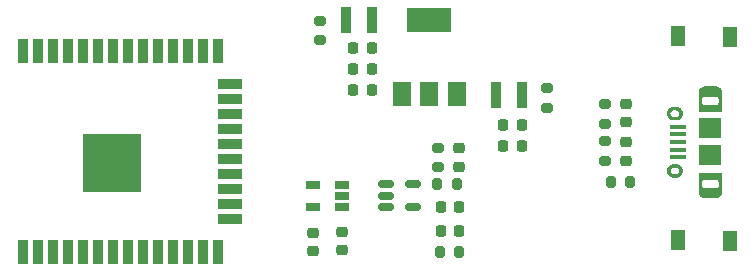
<source format=gbr>
%TF.GenerationSoftware,KiCad,Pcbnew,(6.0.7)*%
%TF.CreationDate,2024-04-28T10:14:19+07:00*%
%TF.ProjectId,ble_gateway,626c655f-6761-4746-9577-61792e6b6963,rev?*%
%TF.SameCoordinates,Original*%
%TF.FileFunction,Paste,Top*%
%TF.FilePolarity,Positive*%
%FSLAX46Y46*%
G04 Gerber Fmt 4.6, Leading zero omitted, Abs format (unit mm)*
G04 Created by KiCad (PCBNEW (6.0.7)) date 2024-04-28 10:14:19*
%MOMM*%
%LPD*%
G01*
G04 APERTURE LIST*
G04 Aperture macros list*
%AMRoundRect*
0 Rectangle with rounded corners*
0 $1 Rounding radius*
0 $2 $3 $4 $5 $6 $7 $8 $9 X,Y pos of 4 corners*
0 Add a 4 corners polygon primitive as box body*
4,1,4,$2,$3,$4,$5,$6,$7,$8,$9,$2,$3,0*
0 Add four circle primitives for the rounded corners*
1,1,$1+$1,$2,$3*
1,1,$1+$1,$4,$5*
1,1,$1+$1,$6,$7*
1,1,$1+$1,$8,$9*
0 Add four rect primitives between the rounded corners*
20,1,$1+$1,$2,$3,$4,$5,0*
20,1,$1+$1,$4,$5,$6,$7,0*
20,1,$1+$1,$6,$7,$8,$9,0*
20,1,$1+$1,$8,$9,$2,$3,0*%
G04 Aperture macros list end*
%ADD10C,0.000100*%
%ADD11R,5.000000X5.000000*%
%ADD12R,0.900000X2.000000*%
%ADD13R,2.000000X0.900000*%
%ADD14RoundRect,0.218750X-0.218750X-0.256250X0.218750X-0.256250X0.218750X0.256250X-0.218750X0.256250X0*%
%ADD15RoundRect,0.218750X-0.256250X0.218750X-0.256250X-0.218750X0.256250X-0.218750X0.256250X0.218750X0*%
%ADD16RoundRect,0.225000X0.250000X-0.225000X0.250000X0.225000X-0.250000X0.225000X-0.250000X-0.225000X0*%
%ADD17R,1.200000X1.700000*%
%ADD18R,1.350000X0.400000*%
%ADD19R,1.900000X1.800000*%
%ADD20RoundRect,0.225000X0.225000X0.250000X-0.225000X0.250000X-0.225000X-0.250000X0.225000X-0.250000X0*%
%ADD21RoundRect,0.225000X-0.225000X-0.250000X0.225000X-0.250000X0.225000X0.250000X-0.225000X0.250000X0*%
%ADD22RoundRect,0.200000X0.200000X0.275000X-0.200000X0.275000X-0.200000X-0.275000X0.200000X-0.275000X0*%
%ADD23RoundRect,0.200000X0.275000X-0.200000X0.275000X0.200000X-0.275000X0.200000X-0.275000X-0.200000X0*%
%ADD24R,1.500000X2.000000*%
%ADD25R,3.800000X2.000000*%
%ADD26RoundRect,0.052000X0.558000X0.273000X-0.558000X0.273000X-0.558000X-0.273000X0.558000X-0.273000X0*%
%ADD27RoundRect,0.052000X-0.558000X-0.273000X0.558000X-0.273000X0.558000X0.273000X-0.558000X0.273000X0*%
%ADD28R,0.850000X2.200000*%
%ADD29RoundRect,0.200000X-0.275000X0.200000X-0.275000X-0.200000X0.275000X-0.200000X0.275000X0.200000X0*%
%ADD30RoundRect,0.150000X-0.512500X-0.150000X0.512500X-0.150000X0.512500X0.150000X-0.512500X0.150000X0*%
%ADD31RoundRect,0.225000X-0.250000X0.225000X-0.250000X-0.225000X0.250000X-0.225000X0.250000X0.225000X0*%
%ADD32RoundRect,0.200000X-0.200000X-0.275000X0.200000X-0.275000X0.200000X0.275000X-0.200000X0.275000X0*%
G04 APERTURE END LIST*
%TO.C,J1*%
G36*
X145750000Y-108300000D02*
G01*
X145284000Y-108300000D01*
X145269000Y-108302000D01*
X145253000Y-108304000D01*
X145238000Y-108307000D01*
X145222000Y-108310000D01*
X145192000Y-108320000D01*
X145178000Y-108326000D01*
X145150000Y-108340000D01*
X145137000Y-108348000D01*
X145124000Y-108357000D01*
X145111000Y-108367000D01*
X145099000Y-108377000D01*
X145077000Y-108399000D01*
X145067000Y-108411000D01*
X145057000Y-108424000D01*
X145048000Y-108437000D01*
X145040000Y-108450000D01*
X145026000Y-108478000D01*
X145020000Y-108492000D01*
X145010000Y-108522000D01*
X145007000Y-108538000D01*
X145004000Y-108553000D01*
X145002000Y-108569000D01*
X145000000Y-108584000D01*
X145000000Y-108841000D01*
X145002000Y-108856000D01*
X145004000Y-108872000D01*
X145007000Y-108887000D01*
X145010000Y-108903000D01*
X145020000Y-108933000D01*
X145026000Y-108947000D01*
X145040000Y-108975000D01*
X145048000Y-108988000D01*
X145057000Y-109001000D01*
X145067000Y-109014000D01*
X145077000Y-109026000D01*
X145099000Y-109048000D01*
X145111000Y-109058000D01*
X145124000Y-109068000D01*
X145137000Y-109077000D01*
X145150000Y-109085000D01*
X145178000Y-109099000D01*
X145192000Y-109105000D01*
X145222000Y-109115000D01*
X145238000Y-109118000D01*
X145253000Y-109121000D01*
X145269000Y-109123000D01*
X145284000Y-109125000D01*
X145750000Y-109125000D01*
X145750000Y-109900000D01*
X145300000Y-109900000D01*
X145274000Y-109899000D01*
X145248000Y-109897000D01*
X145222000Y-109894000D01*
X145196000Y-109889000D01*
X145171000Y-109883000D01*
X145145000Y-109876000D01*
X145121000Y-109867000D01*
X145097000Y-109857000D01*
X145073000Y-109846000D01*
X145050000Y-109833000D01*
X145006000Y-109805000D01*
X144985000Y-109789000D01*
X144965000Y-109772000D01*
X144946000Y-109754000D01*
X144928000Y-109735000D01*
X144911000Y-109715000D01*
X144895000Y-109694000D01*
X144867000Y-109650000D01*
X144854000Y-109627000D01*
X144843000Y-109603000D01*
X144833000Y-109579000D01*
X144824000Y-109555000D01*
X144817000Y-109529000D01*
X144811000Y-109504000D01*
X144806000Y-109478000D01*
X144803000Y-109452000D01*
X144801000Y-109426000D01*
X144800000Y-109400000D01*
X144800000Y-107800000D01*
X145750000Y-107800000D01*
X145750000Y-108300000D01*
G37*
D10*
X145750000Y-108300000D02*
X145284000Y-108300000D01*
X145269000Y-108302000D01*
X145253000Y-108304000D01*
X145238000Y-108307000D01*
X145222000Y-108310000D01*
X145192000Y-108320000D01*
X145178000Y-108326000D01*
X145150000Y-108340000D01*
X145137000Y-108348000D01*
X145124000Y-108357000D01*
X145111000Y-108367000D01*
X145099000Y-108377000D01*
X145077000Y-108399000D01*
X145067000Y-108411000D01*
X145057000Y-108424000D01*
X145048000Y-108437000D01*
X145040000Y-108450000D01*
X145026000Y-108478000D01*
X145020000Y-108492000D01*
X145010000Y-108522000D01*
X145007000Y-108538000D01*
X145004000Y-108553000D01*
X145002000Y-108569000D01*
X145000000Y-108584000D01*
X145000000Y-108841000D01*
X145002000Y-108856000D01*
X145004000Y-108872000D01*
X145007000Y-108887000D01*
X145010000Y-108903000D01*
X145020000Y-108933000D01*
X145026000Y-108947000D01*
X145040000Y-108975000D01*
X145048000Y-108988000D01*
X145057000Y-109001000D01*
X145067000Y-109014000D01*
X145077000Y-109026000D01*
X145099000Y-109048000D01*
X145111000Y-109058000D01*
X145124000Y-109068000D01*
X145137000Y-109077000D01*
X145150000Y-109085000D01*
X145178000Y-109099000D01*
X145192000Y-109105000D01*
X145222000Y-109115000D01*
X145238000Y-109118000D01*
X145253000Y-109121000D01*
X145269000Y-109123000D01*
X145284000Y-109125000D01*
X145750000Y-109125000D01*
X145750000Y-109900000D01*
X145300000Y-109900000D01*
X145274000Y-109899000D01*
X145248000Y-109897000D01*
X145222000Y-109894000D01*
X145196000Y-109889000D01*
X145171000Y-109883000D01*
X145145000Y-109876000D01*
X145121000Y-109867000D01*
X145097000Y-109857000D01*
X145073000Y-109846000D01*
X145050000Y-109833000D01*
X145006000Y-109805000D01*
X144985000Y-109789000D01*
X144965000Y-109772000D01*
X144946000Y-109754000D01*
X144928000Y-109735000D01*
X144911000Y-109715000D01*
X144895000Y-109694000D01*
X144867000Y-109650000D01*
X144854000Y-109627000D01*
X144843000Y-109603000D01*
X144833000Y-109579000D01*
X144824000Y-109555000D01*
X144817000Y-109529000D01*
X144811000Y-109504000D01*
X144806000Y-109478000D01*
X144803000Y-109452000D01*
X144801000Y-109426000D01*
X144800000Y-109400000D01*
X144800000Y-107800000D01*
X145750000Y-107800000D01*
X145750000Y-108300000D01*
G36*
X146700000Y-109400000D02*
G01*
X146699000Y-109426000D01*
X146697000Y-109452000D01*
X146694000Y-109478000D01*
X146689000Y-109504000D01*
X146683000Y-109529000D01*
X146676000Y-109555000D01*
X146667000Y-109579000D01*
X146657000Y-109603000D01*
X146646000Y-109627000D01*
X146633000Y-109650000D01*
X146605000Y-109694000D01*
X146589000Y-109715000D01*
X146572000Y-109735000D01*
X146554000Y-109754000D01*
X146535000Y-109772000D01*
X146515000Y-109789000D01*
X146494000Y-109805000D01*
X146450000Y-109833000D01*
X146427000Y-109846000D01*
X146403000Y-109857000D01*
X146379000Y-109867000D01*
X146355000Y-109876000D01*
X146329000Y-109883000D01*
X146304000Y-109889000D01*
X146278000Y-109894000D01*
X146252000Y-109897000D01*
X146226000Y-109899000D01*
X146200000Y-109900000D01*
X145750000Y-109900000D01*
X145750000Y-109125000D01*
X146239000Y-109125000D01*
X146254000Y-109123000D01*
X146268000Y-109122000D01*
X146296000Y-109116000D01*
X146310000Y-109112000D01*
X146324000Y-109107000D01*
X146350000Y-109095000D01*
X146363000Y-109088000D01*
X146375000Y-109081000D01*
X146387000Y-109072000D01*
X146398000Y-109064000D01*
X146409000Y-109054000D01*
X146429000Y-109034000D01*
X146439000Y-109023000D01*
X146447000Y-109012000D01*
X146456000Y-109000000D01*
X146463000Y-108987000D01*
X146470000Y-108975000D01*
X146482000Y-108949000D01*
X146487000Y-108935000D01*
X146491000Y-108921000D01*
X146497000Y-108893000D01*
X146498000Y-108879000D01*
X146500000Y-108864000D01*
X146500000Y-108584000D01*
X146498000Y-108569000D01*
X146496000Y-108553000D01*
X146493000Y-108538000D01*
X146490000Y-108522000D01*
X146480000Y-108492000D01*
X146474000Y-108478000D01*
X146460000Y-108450000D01*
X146452000Y-108437000D01*
X146443000Y-108424000D01*
X146433000Y-108411000D01*
X146423000Y-108399000D01*
X146401000Y-108377000D01*
X146389000Y-108367000D01*
X146376000Y-108357000D01*
X146363000Y-108348000D01*
X146350000Y-108340000D01*
X146322000Y-108326000D01*
X146308000Y-108320000D01*
X146278000Y-108310000D01*
X146262000Y-108307000D01*
X146247000Y-108304000D01*
X146231000Y-108302000D01*
X146216000Y-108300000D01*
X145750000Y-108300000D01*
X145750000Y-107800000D01*
X146700000Y-107800000D01*
X146700000Y-109400000D01*
G37*
X146700000Y-109400000D02*
X146699000Y-109426000D01*
X146697000Y-109452000D01*
X146694000Y-109478000D01*
X146689000Y-109504000D01*
X146683000Y-109529000D01*
X146676000Y-109555000D01*
X146667000Y-109579000D01*
X146657000Y-109603000D01*
X146646000Y-109627000D01*
X146633000Y-109650000D01*
X146605000Y-109694000D01*
X146589000Y-109715000D01*
X146572000Y-109735000D01*
X146554000Y-109754000D01*
X146535000Y-109772000D01*
X146515000Y-109789000D01*
X146494000Y-109805000D01*
X146450000Y-109833000D01*
X146427000Y-109846000D01*
X146403000Y-109857000D01*
X146379000Y-109867000D01*
X146355000Y-109876000D01*
X146329000Y-109883000D01*
X146304000Y-109889000D01*
X146278000Y-109894000D01*
X146252000Y-109897000D01*
X146226000Y-109899000D01*
X146200000Y-109900000D01*
X145750000Y-109900000D01*
X145750000Y-109125000D01*
X146239000Y-109125000D01*
X146254000Y-109123000D01*
X146268000Y-109122000D01*
X146296000Y-109116000D01*
X146310000Y-109112000D01*
X146324000Y-109107000D01*
X146350000Y-109095000D01*
X146363000Y-109088000D01*
X146375000Y-109081000D01*
X146387000Y-109072000D01*
X146398000Y-109064000D01*
X146409000Y-109054000D01*
X146429000Y-109034000D01*
X146439000Y-109023000D01*
X146447000Y-109012000D01*
X146456000Y-109000000D01*
X146463000Y-108987000D01*
X146470000Y-108975000D01*
X146482000Y-108949000D01*
X146487000Y-108935000D01*
X146491000Y-108921000D01*
X146497000Y-108893000D01*
X146498000Y-108879000D01*
X146500000Y-108864000D01*
X146500000Y-108584000D01*
X146498000Y-108569000D01*
X146496000Y-108553000D01*
X146493000Y-108538000D01*
X146490000Y-108522000D01*
X146480000Y-108492000D01*
X146474000Y-108478000D01*
X146460000Y-108450000D01*
X146452000Y-108437000D01*
X146443000Y-108424000D01*
X146433000Y-108411000D01*
X146423000Y-108399000D01*
X146401000Y-108377000D01*
X146389000Y-108367000D01*
X146376000Y-108357000D01*
X146363000Y-108348000D01*
X146350000Y-108340000D01*
X146322000Y-108326000D01*
X146308000Y-108320000D01*
X146278000Y-108310000D01*
X146262000Y-108307000D01*
X146247000Y-108304000D01*
X146231000Y-108302000D01*
X146216000Y-108300000D01*
X145750000Y-108300000D01*
X145750000Y-107800000D01*
X146700000Y-107800000D01*
X146700000Y-109400000D01*
G36*
X142877000Y-102251000D02*
G01*
X142905000Y-102253000D01*
X142932000Y-102256000D01*
X142959000Y-102261000D01*
X142986000Y-102268000D01*
X143012000Y-102276000D01*
X143038000Y-102285000D01*
X143064000Y-102295000D01*
X143088000Y-102307000D01*
X143112000Y-102320000D01*
X143136000Y-102335000D01*
X143159000Y-102350000D01*
X143180000Y-102367000D01*
X143201000Y-102385000D01*
X143221000Y-102404000D01*
X143240000Y-102424000D01*
X143258000Y-102445000D01*
X143275000Y-102466000D01*
X143305000Y-102512000D01*
X143318000Y-102537000D01*
X143330000Y-102561000D01*
X143340000Y-102587000D01*
X143349000Y-102613000D01*
X143357000Y-102639000D01*
X143364000Y-102666000D01*
X143369000Y-102693000D01*
X143372000Y-102720000D01*
X143374000Y-102748000D01*
X143375000Y-102775000D01*
X143175000Y-102775000D01*
X143175000Y-102758000D01*
X143171000Y-102724000D01*
X143168000Y-102707000D01*
X143164000Y-102691000D01*
X143159000Y-102675000D01*
X143147000Y-102643000D01*
X143140000Y-102627000D01*
X143131000Y-102613000D01*
X143123000Y-102598000D01*
X143103000Y-102570000D01*
X143092000Y-102558000D01*
X143080000Y-102545000D01*
X143067000Y-102533000D01*
X143055000Y-102522000D01*
X143027000Y-102502000D01*
X143012000Y-102494000D01*
X142998000Y-102485000D01*
X142982000Y-102478000D01*
X142950000Y-102466000D01*
X142934000Y-102461000D01*
X142918000Y-102457000D01*
X142901000Y-102454000D01*
X142867000Y-102450000D01*
X142633000Y-102450000D01*
X142599000Y-102454000D01*
X142582000Y-102457000D01*
X142566000Y-102461000D01*
X142550000Y-102466000D01*
X142518000Y-102478000D01*
X142502000Y-102485000D01*
X142487000Y-102494000D01*
X142473000Y-102502000D01*
X142445000Y-102522000D01*
X142433000Y-102533000D01*
X142420000Y-102545000D01*
X142408000Y-102558000D01*
X142397000Y-102570000D01*
X142377000Y-102598000D01*
X142369000Y-102613000D01*
X142360000Y-102627000D01*
X142353000Y-102643000D01*
X142341000Y-102675000D01*
X142336000Y-102691000D01*
X142332000Y-102707000D01*
X142329000Y-102724000D01*
X142325000Y-102758000D01*
X142325000Y-102775000D01*
X142125000Y-102775000D01*
X142126000Y-102748000D01*
X142128000Y-102720000D01*
X142131000Y-102693000D01*
X142136000Y-102666000D01*
X142143000Y-102639000D01*
X142151000Y-102613000D01*
X142160000Y-102587000D01*
X142170000Y-102561000D01*
X142182000Y-102537000D01*
X142195000Y-102512000D01*
X142225000Y-102466000D01*
X142242000Y-102445000D01*
X142260000Y-102424000D01*
X142279000Y-102404000D01*
X142299000Y-102385000D01*
X142320000Y-102367000D01*
X142341000Y-102350000D01*
X142364000Y-102335000D01*
X142388000Y-102320000D01*
X142412000Y-102307000D01*
X142436000Y-102295000D01*
X142462000Y-102285000D01*
X142488000Y-102276000D01*
X142514000Y-102268000D01*
X142541000Y-102261000D01*
X142568000Y-102256000D01*
X142595000Y-102253000D01*
X142623000Y-102251000D01*
X142650000Y-102250000D01*
X142850000Y-102250000D01*
X142877000Y-102251000D01*
G37*
X142877000Y-102251000D02*
X142905000Y-102253000D01*
X142932000Y-102256000D01*
X142959000Y-102261000D01*
X142986000Y-102268000D01*
X143012000Y-102276000D01*
X143038000Y-102285000D01*
X143064000Y-102295000D01*
X143088000Y-102307000D01*
X143112000Y-102320000D01*
X143136000Y-102335000D01*
X143159000Y-102350000D01*
X143180000Y-102367000D01*
X143201000Y-102385000D01*
X143221000Y-102404000D01*
X143240000Y-102424000D01*
X143258000Y-102445000D01*
X143275000Y-102466000D01*
X143305000Y-102512000D01*
X143318000Y-102537000D01*
X143330000Y-102561000D01*
X143340000Y-102587000D01*
X143349000Y-102613000D01*
X143357000Y-102639000D01*
X143364000Y-102666000D01*
X143369000Y-102693000D01*
X143372000Y-102720000D01*
X143374000Y-102748000D01*
X143375000Y-102775000D01*
X143175000Y-102775000D01*
X143175000Y-102758000D01*
X143171000Y-102724000D01*
X143168000Y-102707000D01*
X143164000Y-102691000D01*
X143159000Y-102675000D01*
X143147000Y-102643000D01*
X143140000Y-102627000D01*
X143131000Y-102613000D01*
X143123000Y-102598000D01*
X143103000Y-102570000D01*
X143092000Y-102558000D01*
X143080000Y-102545000D01*
X143067000Y-102533000D01*
X143055000Y-102522000D01*
X143027000Y-102502000D01*
X143012000Y-102494000D01*
X142998000Y-102485000D01*
X142982000Y-102478000D01*
X142950000Y-102466000D01*
X142934000Y-102461000D01*
X142918000Y-102457000D01*
X142901000Y-102454000D01*
X142867000Y-102450000D01*
X142633000Y-102450000D01*
X142599000Y-102454000D01*
X142582000Y-102457000D01*
X142566000Y-102461000D01*
X142550000Y-102466000D01*
X142518000Y-102478000D01*
X142502000Y-102485000D01*
X142487000Y-102494000D01*
X142473000Y-102502000D01*
X142445000Y-102522000D01*
X142433000Y-102533000D01*
X142420000Y-102545000D01*
X142408000Y-102558000D01*
X142397000Y-102570000D01*
X142377000Y-102598000D01*
X142369000Y-102613000D01*
X142360000Y-102627000D01*
X142353000Y-102643000D01*
X142341000Y-102675000D01*
X142336000Y-102691000D01*
X142332000Y-102707000D01*
X142329000Y-102724000D01*
X142325000Y-102758000D01*
X142325000Y-102775000D01*
X142125000Y-102775000D01*
X142126000Y-102748000D01*
X142128000Y-102720000D01*
X142131000Y-102693000D01*
X142136000Y-102666000D01*
X142143000Y-102639000D01*
X142151000Y-102613000D01*
X142160000Y-102587000D01*
X142170000Y-102561000D01*
X142182000Y-102537000D01*
X142195000Y-102512000D01*
X142225000Y-102466000D01*
X142242000Y-102445000D01*
X142260000Y-102424000D01*
X142279000Y-102404000D01*
X142299000Y-102385000D01*
X142320000Y-102367000D01*
X142341000Y-102350000D01*
X142364000Y-102335000D01*
X142388000Y-102320000D01*
X142412000Y-102307000D01*
X142436000Y-102295000D01*
X142462000Y-102285000D01*
X142488000Y-102276000D01*
X142514000Y-102268000D01*
X142541000Y-102261000D01*
X142568000Y-102256000D01*
X142595000Y-102253000D01*
X142623000Y-102251000D01*
X142650000Y-102250000D01*
X142850000Y-102250000D01*
X142877000Y-102251000D01*
G36*
X142325000Y-102792000D02*
G01*
X142329000Y-102826000D01*
X142332000Y-102843000D01*
X142336000Y-102859000D01*
X142341000Y-102875000D01*
X142353000Y-102907000D01*
X142360000Y-102923000D01*
X142369000Y-102937000D01*
X142377000Y-102952000D01*
X142397000Y-102980000D01*
X142408000Y-102992000D01*
X142420000Y-103005000D01*
X142433000Y-103017000D01*
X142445000Y-103028000D01*
X142473000Y-103048000D01*
X142487000Y-103056000D01*
X142502000Y-103065000D01*
X142518000Y-103072000D01*
X142550000Y-103084000D01*
X142566000Y-103089000D01*
X142582000Y-103093000D01*
X142599000Y-103096000D01*
X142633000Y-103100000D01*
X142867000Y-103100000D01*
X142901000Y-103096000D01*
X142918000Y-103093000D01*
X142934000Y-103089000D01*
X142950000Y-103084000D01*
X142982000Y-103072000D01*
X142998000Y-103065000D01*
X143012000Y-103056000D01*
X143027000Y-103048000D01*
X143055000Y-103028000D01*
X143067000Y-103017000D01*
X143080000Y-103005000D01*
X143092000Y-102992000D01*
X143103000Y-102980000D01*
X143123000Y-102952000D01*
X143131000Y-102937000D01*
X143140000Y-102923000D01*
X143147000Y-102907000D01*
X143159000Y-102875000D01*
X143164000Y-102859000D01*
X143168000Y-102843000D01*
X143171000Y-102826000D01*
X143175000Y-102792000D01*
X143175000Y-102775000D01*
X143375000Y-102775000D01*
X143374000Y-102802000D01*
X143372000Y-102830000D01*
X143369000Y-102857000D01*
X143364000Y-102884000D01*
X143357000Y-102911000D01*
X143349000Y-102937000D01*
X143340000Y-102963000D01*
X143330000Y-102989000D01*
X143318000Y-103013000D01*
X143305000Y-103038000D01*
X143275000Y-103084000D01*
X143258000Y-103105000D01*
X143240000Y-103126000D01*
X143221000Y-103146000D01*
X143201000Y-103165000D01*
X143180000Y-103183000D01*
X143159000Y-103200000D01*
X143113000Y-103230000D01*
X143088000Y-103243000D01*
X143064000Y-103255000D01*
X143038000Y-103265000D01*
X143012000Y-103274000D01*
X142986000Y-103282000D01*
X142959000Y-103289000D01*
X142932000Y-103294000D01*
X142905000Y-103297000D01*
X142877000Y-103299000D01*
X142850000Y-103300000D01*
X142650000Y-103300000D01*
X142623000Y-103299000D01*
X142595000Y-103297000D01*
X142568000Y-103294000D01*
X142541000Y-103289000D01*
X142514000Y-103282000D01*
X142488000Y-103274000D01*
X142462000Y-103265000D01*
X142436000Y-103255000D01*
X142412000Y-103243000D01*
X142388000Y-103230000D01*
X142364000Y-103215000D01*
X142341000Y-103200000D01*
X142320000Y-103183000D01*
X142299000Y-103165000D01*
X142279000Y-103146000D01*
X142260000Y-103126000D01*
X142242000Y-103105000D01*
X142225000Y-103084000D01*
X142210000Y-103061000D01*
X142195000Y-103037000D01*
X142182000Y-103013000D01*
X142170000Y-102989000D01*
X142160000Y-102963000D01*
X142151000Y-102937000D01*
X142143000Y-102911000D01*
X142136000Y-102884000D01*
X142131000Y-102857000D01*
X142128000Y-102830000D01*
X142126000Y-102802000D01*
X142125000Y-102775000D01*
X142325000Y-102775000D01*
X142325000Y-102792000D01*
G37*
X142325000Y-102792000D02*
X142329000Y-102826000D01*
X142332000Y-102843000D01*
X142336000Y-102859000D01*
X142341000Y-102875000D01*
X142353000Y-102907000D01*
X142360000Y-102923000D01*
X142369000Y-102937000D01*
X142377000Y-102952000D01*
X142397000Y-102980000D01*
X142408000Y-102992000D01*
X142420000Y-103005000D01*
X142433000Y-103017000D01*
X142445000Y-103028000D01*
X142473000Y-103048000D01*
X142487000Y-103056000D01*
X142502000Y-103065000D01*
X142518000Y-103072000D01*
X142550000Y-103084000D01*
X142566000Y-103089000D01*
X142582000Y-103093000D01*
X142599000Y-103096000D01*
X142633000Y-103100000D01*
X142867000Y-103100000D01*
X142901000Y-103096000D01*
X142918000Y-103093000D01*
X142934000Y-103089000D01*
X142950000Y-103084000D01*
X142982000Y-103072000D01*
X142998000Y-103065000D01*
X143012000Y-103056000D01*
X143027000Y-103048000D01*
X143055000Y-103028000D01*
X143067000Y-103017000D01*
X143080000Y-103005000D01*
X143092000Y-102992000D01*
X143103000Y-102980000D01*
X143123000Y-102952000D01*
X143131000Y-102937000D01*
X143140000Y-102923000D01*
X143147000Y-102907000D01*
X143159000Y-102875000D01*
X143164000Y-102859000D01*
X143168000Y-102843000D01*
X143171000Y-102826000D01*
X143175000Y-102792000D01*
X143175000Y-102775000D01*
X143375000Y-102775000D01*
X143374000Y-102802000D01*
X143372000Y-102830000D01*
X143369000Y-102857000D01*
X143364000Y-102884000D01*
X143357000Y-102911000D01*
X143349000Y-102937000D01*
X143340000Y-102963000D01*
X143330000Y-102989000D01*
X143318000Y-103013000D01*
X143305000Y-103038000D01*
X143275000Y-103084000D01*
X143258000Y-103105000D01*
X143240000Y-103126000D01*
X143221000Y-103146000D01*
X143201000Y-103165000D01*
X143180000Y-103183000D01*
X143159000Y-103200000D01*
X143113000Y-103230000D01*
X143088000Y-103243000D01*
X143064000Y-103255000D01*
X143038000Y-103265000D01*
X143012000Y-103274000D01*
X142986000Y-103282000D01*
X142959000Y-103289000D01*
X142932000Y-103294000D01*
X142905000Y-103297000D01*
X142877000Y-103299000D01*
X142850000Y-103300000D01*
X142650000Y-103300000D01*
X142623000Y-103299000D01*
X142595000Y-103297000D01*
X142568000Y-103294000D01*
X142541000Y-103289000D01*
X142514000Y-103282000D01*
X142488000Y-103274000D01*
X142462000Y-103265000D01*
X142436000Y-103255000D01*
X142412000Y-103243000D01*
X142388000Y-103230000D01*
X142364000Y-103215000D01*
X142341000Y-103200000D01*
X142320000Y-103183000D01*
X142299000Y-103165000D01*
X142279000Y-103146000D01*
X142260000Y-103126000D01*
X142242000Y-103105000D01*
X142225000Y-103084000D01*
X142210000Y-103061000D01*
X142195000Y-103037000D01*
X142182000Y-103013000D01*
X142170000Y-102989000D01*
X142160000Y-102963000D01*
X142151000Y-102937000D01*
X142143000Y-102911000D01*
X142136000Y-102884000D01*
X142131000Y-102857000D01*
X142128000Y-102830000D01*
X142126000Y-102802000D01*
X142125000Y-102775000D01*
X142325000Y-102775000D01*
X142325000Y-102792000D01*
G36*
X146226000Y-100501000D02*
G01*
X146252000Y-100503000D01*
X146278000Y-100506000D01*
X146304000Y-100511000D01*
X146329000Y-100517000D01*
X146355000Y-100524000D01*
X146379000Y-100533000D01*
X146403000Y-100543000D01*
X146427000Y-100554000D01*
X146450000Y-100567000D01*
X146494000Y-100595000D01*
X146515000Y-100611000D01*
X146535000Y-100628000D01*
X146554000Y-100646000D01*
X146572000Y-100665000D01*
X146589000Y-100685000D01*
X146605000Y-100706000D01*
X146633000Y-100750000D01*
X146646000Y-100773000D01*
X146657000Y-100797000D01*
X146667000Y-100821000D01*
X146676000Y-100845000D01*
X146683000Y-100871000D01*
X146689000Y-100896000D01*
X146694000Y-100922000D01*
X146697000Y-100948000D01*
X146699000Y-100974000D01*
X146700000Y-101000000D01*
X146700000Y-102600000D01*
X145750000Y-102600000D01*
X145750000Y-102100000D01*
X146216000Y-102100000D01*
X146231000Y-102098000D01*
X146247000Y-102096000D01*
X146262000Y-102093000D01*
X146278000Y-102090000D01*
X146308000Y-102080000D01*
X146322000Y-102074000D01*
X146350000Y-102060000D01*
X146363000Y-102052000D01*
X146376000Y-102043000D01*
X146389000Y-102033000D01*
X146401000Y-102023000D01*
X146423000Y-102001000D01*
X146433000Y-101989000D01*
X146443000Y-101976000D01*
X146452000Y-101963000D01*
X146460000Y-101950000D01*
X146474000Y-101922000D01*
X146480000Y-101908000D01*
X146490000Y-101878000D01*
X146493000Y-101862000D01*
X146496000Y-101847000D01*
X146498000Y-101831000D01*
X146500000Y-101816000D01*
X146500000Y-101559000D01*
X146498000Y-101544000D01*
X146496000Y-101528000D01*
X146493000Y-101513000D01*
X146490000Y-101497000D01*
X146480000Y-101467000D01*
X146474000Y-101453000D01*
X146460000Y-101425000D01*
X146452000Y-101412000D01*
X146443000Y-101399000D01*
X146433000Y-101386000D01*
X146423000Y-101374000D01*
X146401000Y-101352000D01*
X146389000Y-101342000D01*
X146376000Y-101332000D01*
X146363000Y-101323000D01*
X146350000Y-101315000D01*
X146322000Y-101301000D01*
X146308000Y-101295000D01*
X146278000Y-101285000D01*
X146262000Y-101282000D01*
X146247000Y-101279000D01*
X146231000Y-101277000D01*
X146216000Y-101275000D01*
X145750000Y-101275000D01*
X145750000Y-100500000D01*
X146200000Y-100500000D01*
X146226000Y-100501000D01*
G37*
X146226000Y-100501000D02*
X146252000Y-100503000D01*
X146278000Y-100506000D01*
X146304000Y-100511000D01*
X146329000Y-100517000D01*
X146355000Y-100524000D01*
X146379000Y-100533000D01*
X146403000Y-100543000D01*
X146427000Y-100554000D01*
X146450000Y-100567000D01*
X146494000Y-100595000D01*
X146515000Y-100611000D01*
X146535000Y-100628000D01*
X146554000Y-100646000D01*
X146572000Y-100665000D01*
X146589000Y-100685000D01*
X146605000Y-100706000D01*
X146633000Y-100750000D01*
X146646000Y-100773000D01*
X146657000Y-100797000D01*
X146667000Y-100821000D01*
X146676000Y-100845000D01*
X146683000Y-100871000D01*
X146689000Y-100896000D01*
X146694000Y-100922000D01*
X146697000Y-100948000D01*
X146699000Y-100974000D01*
X146700000Y-101000000D01*
X146700000Y-102600000D01*
X145750000Y-102600000D01*
X145750000Y-102100000D01*
X146216000Y-102100000D01*
X146231000Y-102098000D01*
X146247000Y-102096000D01*
X146262000Y-102093000D01*
X146278000Y-102090000D01*
X146308000Y-102080000D01*
X146322000Y-102074000D01*
X146350000Y-102060000D01*
X146363000Y-102052000D01*
X146376000Y-102043000D01*
X146389000Y-102033000D01*
X146401000Y-102023000D01*
X146423000Y-102001000D01*
X146433000Y-101989000D01*
X146443000Y-101976000D01*
X146452000Y-101963000D01*
X146460000Y-101950000D01*
X146474000Y-101922000D01*
X146480000Y-101908000D01*
X146490000Y-101878000D01*
X146493000Y-101862000D01*
X146496000Y-101847000D01*
X146498000Y-101831000D01*
X146500000Y-101816000D01*
X146500000Y-101559000D01*
X146498000Y-101544000D01*
X146496000Y-101528000D01*
X146493000Y-101513000D01*
X146490000Y-101497000D01*
X146480000Y-101467000D01*
X146474000Y-101453000D01*
X146460000Y-101425000D01*
X146452000Y-101412000D01*
X146443000Y-101399000D01*
X146433000Y-101386000D01*
X146423000Y-101374000D01*
X146401000Y-101352000D01*
X146389000Y-101342000D01*
X146376000Y-101332000D01*
X146363000Y-101323000D01*
X146350000Y-101315000D01*
X146322000Y-101301000D01*
X146308000Y-101295000D01*
X146278000Y-101285000D01*
X146262000Y-101282000D01*
X146247000Y-101279000D01*
X146231000Y-101277000D01*
X146216000Y-101275000D01*
X145750000Y-101275000D01*
X145750000Y-100500000D01*
X146200000Y-100500000D01*
X146226000Y-100501000D01*
G36*
X142325000Y-107642000D02*
G01*
X142329000Y-107676000D01*
X142332000Y-107693000D01*
X142336000Y-107709000D01*
X142341000Y-107725000D01*
X142353000Y-107757000D01*
X142360000Y-107773000D01*
X142369000Y-107787000D01*
X142377000Y-107802000D01*
X142397000Y-107830000D01*
X142408000Y-107842000D01*
X142420000Y-107855000D01*
X142433000Y-107867000D01*
X142445000Y-107878000D01*
X142473000Y-107898000D01*
X142487000Y-107906000D01*
X142502000Y-107915000D01*
X142518000Y-107922000D01*
X142550000Y-107934000D01*
X142566000Y-107939000D01*
X142582000Y-107943000D01*
X142599000Y-107946000D01*
X142633000Y-107950000D01*
X142867000Y-107950000D01*
X142901000Y-107946000D01*
X142918000Y-107943000D01*
X142934000Y-107939000D01*
X142950000Y-107934000D01*
X142982000Y-107922000D01*
X142998000Y-107915000D01*
X143012000Y-107906000D01*
X143027000Y-107898000D01*
X143055000Y-107878000D01*
X143067000Y-107867000D01*
X143080000Y-107855000D01*
X143092000Y-107842000D01*
X143103000Y-107830000D01*
X143123000Y-107802000D01*
X143131000Y-107787000D01*
X143140000Y-107773000D01*
X143147000Y-107757000D01*
X143159000Y-107725000D01*
X143164000Y-107709000D01*
X143168000Y-107693000D01*
X143171000Y-107676000D01*
X143175000Y-107642000D01*
X143175000Y-107625000D01*
X143375000Y-107625000D01*
X143374000Y-107652000D01*
X143372000Y-107680000D01*
X143369000Y-107707000D01*
X143364000Y-107734000D01*
X143357000Y-107761000D01*
X143349000Y-107787000D01*
X143340000Y-107813000D01*
X143330000Y-107839000D01*
X143318000Y-107863000D01*
X143305000Y-107888000D01*
X143275000Y-107934000D01*
X143258000Y-107955000D01*
X143240000Y-107976000D01*
X143221000Y-107996000D01*
X143201000Y-108015000D01*
X143180000Y-108033000D01*
X143159000Y-108050000D01*
X143136000Y-108065000D01*
X143112000Y-108080000D01*
X143088000Y-108093000D01*
X143064000Y-108105000D01*
X143038000Y-108115000D01*
X143012000Y-108124000D01*
X142986000Y-108132000D01*
X142959000Y-108139000D01*
X142932000Y-108144000D01*
X142905000Y-108147000D01*
X142877000Y-108149000D01*
X142850000Y-108150000D01*
X142650000Y-108150000D01*
X142623000Y-108149000D01*
X142595000Y-108147000D01*
X142568000Y-108144000D01*
X142541000Y-108139000D01*
X142514000Y-108132000D01*
X142488000Y-108124000D01*
X142462000Y-108115000D01*
X142436000Y-108105000D01*
X142412000Y-108093000D01*
X142388000Y-108080000D01*
X142364000Y-108065000D01*
X142341000Y-108050000D01*
X142320000Y-108033000D01*
X142299000Y-108015000D01*
X142279000Y-107996000D01*
X142260000Y-107976000D01*
X142242000Y-107955000D01*
X142225000Y-107934000D01*
X142195000Y-107888000D01*
X142182000Y-107863000D01*
X142170000Y-107839000D01*
X142160000Y-107813000D01*
X142151000Y-107787000D01*
X142143000Y-107761000D01*
X142136000Y-107734000D01*
X142131000Y-107707000D01*
X142128000Y-107680000D01*
X142126000Y-107652000D01*
X142125000Y-107625000D01*
X142325000Y-107625000D01*
X142325000Y-107642000D01*
G37*
X142325000Y-107642000D02*
X142329000Y-107676000D01*
X142332000Y-107693000D01*
X142336000Y-107709000D01*
X142341000Y-107725000D01*
X142353000Y-107757000D01*
X142360000Y-107773000D01*
X142369000Y-107787000D01*
X142377000Y-107802000D01*
X142397000Y-107830000D01*
X142408000Y-107842000D01*
X142420000Y-107855000D01*
X142433000Y-107867000D01*
X142445000Y-107878000D01*
X142473000Y-107898000D01*
X142487000Y-107906000D01*
X142502000Y-107915000D01*
X142518000Y-107922000D01*
X142550000Y-107934000D01*
X142566000Y-107939000D01*
X142582000Y-107943000D01*
X142599000Y-107946000D01*
X142633000Y-107950000D01*
X142867000Y-107950000D01*
X142901000Y-107946000D01*
X142918000Y-107943000D01*
X142934000Y-107939000D01*
X142950000Y-107934000D01*
X142982000Y-107922000D01*
X142998000Y-107915000D01*
X143012000Y-107906000D01*
X143027000Y-107898000D01*
X143055000Y-107878000D01*
X143067000Y-107867000D01*
X143080000Y-107855000D01*
X143092000Y-107842000D01*
X143103000Y-107830000D01*
X143123000Y-107802000D01*
X143131000Y-107787000D01*
X143140000Y-107773000D01*
X143147000Y-107757000D01*
X143159000Y-107725000D01*
X143164000Y-107709000D01*
X143168000Y-107693000D01*
X143171000Y-107676000D01*
X143175000Y-107642000D01*
X143175000Y-107625000D01*
X143375000Y-107625000D01*
X143374000Y-107652000D01*
X143372000Y-107680000D01*
X143369000Y-107707000D01*
X143364000Y-107734000D01*
X143357000Y-107761000D01*
X143349000Y-107787000D01*
X143340000Y-107813000D01*
X143330000Y-107839000D01*
X143318000Y-107863000D01*
X143305000Y-107888000D01*
X143275000Y-107934000D01*
X143258000Y-107955000D01*
X143240000Y-107976000D01*
X143221000Y-107996000D01*
X143201000Y-108015000D01*
X143180000Y-108033000D01*
X143159000Y-108050000D01*
X143136000Y-108065000D01*
X143112000Y-108080000D01*
X143088000Y-108093000D01*
X143064000Y-108105000D01*
X143038000Y-108115000D01*
X143012000Y-108124000D01*
X142986000Y-108132000D01*
X142959000Y-108139000D01*
X142932000Y-108144000D01*
X142905000Y-108147000D01*
X142877000Y-108149000D01*
X142850000Y-108150000D01*
X142650000Y-108150000D01*
X142623000Y-108149000D01*
X142595000Y-108147000D01*
X142568000Y-108144000D01*
X142541000Y-108139000D01*
X142514000Y-108132000D01*
X142488000Y-108124000D01*
X142462000Y-108115000D01*
X142436000Y-108105000D01*
X142412000Y-108093000D01*
X142388000Y-108080000D01*
X142364000Y-108065000D01*
X142341000Y-108050000D01*
X142320000Y-108033000D01*
X142299000Y-108015000D01*
X142279000Y-107996000D01*
X142260000Y-107976000D01*
X142242000Y-107955000D01*
X142225000Y-107934000D01*
X142195000Y-107888000D01*
X142182000Y-107863000D01*
X142170000Y-107839000D01*
X142160000Y-107813000D01*
X142151000Y-107787000D01*
X142143000Y-107761000D01*
X142136000Y-107734000D01*
X142131000Y-107707000D01*
X142128000Y-107680000D01*
X142126000Y-107652000D01*
X142125000Y-107625000D01*
X142325000Y-107625000D01*
X142325000Y-107642000D01*
G36*
X142877000Y-107101000D02*
G01*
X142905000Y-107103000D01*
X142932000Y-107106000D01*
X142959000Y-107111000D01*
X142986000Y-107118000D01*
X143012000Y-107126000D01*
X143038000Y-107135000D01*
X143064000Y-107145000D01*
X143088000Y-107157000D01*
X143113000Y-107170000D01*
X143159000Y-107200000D01*
X143180000Y-107217000D01*
X143201000Y-107235000D01*
X143221000Y-107254000D01*
X143240000Y-107274000D01*
X143258000Y-107295000D01*
X143275000Y-107316000D01*
X143305000Y-107362000D01*
X143318000Y-107387000D01*
X143330000Y-107411000D01*
X143340000Y-107437000D01*
X143349000Y-107463000D01*
X143357000Y-107489000D01*
X143364000Y-107516000D01*
X143369000Y-107543000D01*
X143372000Y-107570000D01*
X143374000Y-107598000D01*
X143375000Y-107625000D01*
X143175000Y-107625000D01*
X143175000Y-107608000D01*
X143171000Y-107574000D01*
X143168000Y-107557000D01*
X143164000Y-107541000D01*
X143159000Y-107525000D01*
X143147000Y-107493000D01*
X143140000Y-107477000D01*
X143131000Y-107463000D01*
X143123000Y-107448000D01*
X143103000Y-107420000D01*
X143092000Y-107408000D01*
X143080000Y-107395000D01*
X143067000Y-107383000D01*
X143055000Y-107372000D01*
X143027000Y-107352000D01*
X143012000Y-107344000D01*
X142998000Y-107335000D01*
X142982000Y-107328000D01*
X142950000Y-107316000D01*
X142934000Y-107311000D01*
X142918000Y-107307000D01*
X142901000Y-107304000D01*
X142867000Y-107300000D01*
X142633000Y-107300000D01*
X142599000Y-107304000D01*
X142582000Y-107307000D01*
X142566000Y-107311000D01*
X142550000Y-107316000D01*
X142518000Y-107328000D01*
X142502000Y-107335000D01*
X142487000Y-107344000D01*
X142473000Y-107352000D01*
X142445000Y-107372000D01*
X142433000Y-107383000D01*
X142420000Y-107395000D01*
X142408000Y-107408000D01*
X142397000Y-107420000D01*
X142377000Y-107448000D01*
X142369000Y-107463000D01*
X142360000Y-107477000D01*
X142353000Y-107493000D01*
X142341000Y-107525000D01*
X142336000Y-107541000D01*
X142332000Y-107557000D01*
X142329000Y-107574000D01*
X142325000Y-107608000D01*
X142325000Y-107625000D01*
X142125000Y-107625000D01*
X142126000Y-107598000D01*
X142128000Y-107570000D01*
X142131000Y-107543000D01*
X142136000Y-107516000D01*
X142143000Y-107489000D01*
X142151000Y-107463000D01*
X142160000Y-107437000D01*
X142170000Y-107411000D01*
X142182000Y-107387000D01*
X142195000Y-107362000D01*
X142225000Y-107316000D01*
X142242000Y-107295000D01*
X142260000Y-107274000D01*
X142279000Y-107254000D01*
X142299000Y-107235000D01*
X142320000Y-107217000D01*
X142341000Y-107200000D01*
X142364000Y-107185000D01*
X142388000Y-107170000D01*
X142412000Y-107157000D01*
X142436000Y-107145000D01*
X142462000Y-107135000D01*
X142488000Y-107126000D01*
X142514000Y-107118000D01*
X142541000Y-107111000D01*
X142568000Y-107106000D01*
X142595000Y-107103000D01*
X142623000Y-107101000D01*
X142650000Y-107100000D01*
X142850000Y-107100000D01*
X142877000Y-107101000D01*
G37*
X142877000Y-107101000D02*
X142905000Y-107103000D01*
X142932000Y-107106000D01*
X142959000Y-107111000D01*
X142986000Y-107118000D01*
X143012000Y-107126000D01*
X143038000Y-107135000D01*
X143064000Y-107145000D01*
X143088000Y-107157000D01*
X143113000Y-107170000D01*
X143159000Y-107200000D01*
X143180000Y-107217000D01*
X143201000Y-107235000D01*
X143221000Y-107254000D01*
X143240000Y-107274000D01*
X143258000Y-107295000D01*
X143275000Y-107316000D01*
X143305000Y-107362000D01*
X143318000Y-107387000D01*
X143330000Y-107411000D01*
X143340000Y-107437000D01*
X143349000Y-107463000D01*
X143357000Y-107489000D01*
X143364000Y-107516000D01*
X143369000Y-107543000D01*
X143372000Y-107570000D01*
X143374000Y-107598000D01*
X143375000Y-107625000D01*
X143175000Y-107625000D01*
X143175000Y-107608000D01*
X143171000Y-107574000D01*
X143168000Y-107557000D01*
X143164000Y-107541000D01*
X143159000Y-107525000D01*
X143147000Y-107493000D01*
X143140000Y-107477000D01*
X143131000Y-107463000D01*
X143123000Y-107448000D01*
X143103000Y-107420000D01*
X143092000Y-107408000D01*
X143080000Y-107395000D01*
X143067000Y-107383000D01*
X143055000Y-107372000D01*
X143027000Y-107352000D01*
X143012000Y-107344000D01*
X142998000Y-107335000D01*
X142982000Y-107328000D01*
X142950000Y-107316000D01*
X142934000Y-107311000D01*
X142918000Y-107307000D01*
X142901000Y-107304000D01*
X142867000Y-107300000D01*
X142633000Y-107300000D01*
X142599000Y-107304000D01*
X142582000Y-107307000D01*
X142566000Y-107311000D01*
X142550000Y-107316000D01*
X142518000Y-107328000D01*
X142502000Y-107335000D01*
X142487000Y-107344000D01*
X142473000Y-107352000D01*
X142445000Y-107372000D01*
X142433000Y-107383000D01*
X142420000Y-107395000D01*
X142408000Y-107408000D01*
X142397000Y-107420000D01*
X142377000Y-107448000D01*
X142369000Y-107463000D01*
X142360000Y-107477000D01*
X142353000Y-107493000D01*
X142341000Y-107525000D01*
X142336000Y-107541000D01*
X142332000Y-107557000D01*
X142329000Y-107574000D01*
X142325000Y-107608000D01*
X142325000Y-107625000D01*
X142125000Y-107625000D01*
X142126000Y-107598000D01*
X142128000Y-107570000D01*
X142131000Y-107543000D01*
X142136000Y-107516000D01*
X142143000Y-107489000D01*
X142151000Y-107463000D01*
X142160000Y-107437000D01*
X142170000Y-107411000D01*
X142182000Y-107387000D01*
X142195000Y-107362000D01*
X142225000Y-107316000D01*
X142242000Y-107295000D01*
X142260000Y-107274000D01*
X142279000Y-107254000D01*
X142299000Y-107235000D01*
X142320000Y-107217000D01*
X142341000Y-107200000D01*
X142364000Y-107185000D01*
X142388000Y-107170000D01*
X142412000Y-107157000D01*
X142436000Y-107145000D01*
X142462000Y-107135000D01*
X142488000Y-107126000D01*
X142514000Y-107118000D01*
X142541000Y-107111000D01*
X142568000Y-107106000D01*
X142595000Y-107103000D01*
X142623000Y-107101000D01*
X142650000Y-107100000D01*
X142850000Y-107100000D01*
X142877000Y-107101000D01*
G36*
X145750000Y-101275000D02*
G01*
X145261000Y-101275000D01*
X145246000Y-101277000D01*
X145232000Y-101278000D01*
X145204000Y-101284000D01*
X145190000Y-101288000D01*
X145176000Y-101293000D01*
X145150000Y-101305000D01*
X145137000Y-101312000D01*
X145125000Y-101319000D01*
X145113000Y-101328000D01*
X145102000Y-101336000D01*
X145091000Y-101346000D01*
X145071000Y-101366000D01*
X145061000Y-101377000D01*
X145053000Y-101388000D01*
X145044000Y-101400000D01*
X145037000Y-101413000D01*
X145030000Y-101425000D01*
X145018000Y-101451000D01*
X145013000Y-101465000D01*
X145009000Y-101479000D01*
X145003000Y-101507000D01*
X145002000Y-101521000D01*
X145000000Y-101536000D01*
X145000000Y-101816000D01*
X145002000Y-101831000D01*
X145004000Y-101847000D01*
X145007000Y-101862000D01*
X145010000Y-101878000D01*
X145020000Y-101908000D01*
X145026000Y-101922000D01*
X145040000Y-101950000D01*
X145048000Y-101963000D01*
X145057000Y-101976000D01*
X145067000Y-101989000D01*
X145077000Y-102001000D01*
X145099000Y-102023000D01*
X145111000Y-102033000D01*
X145124000Y-102043000D01*
X145137000Y-102052000D01*
X145150000Y-102060000D01*
X145178000Y-102074000D01*
X145192000Y-102080000D01*
X145222000Y-102090000D01*
X145238000Y-102093000D01*
X145253000Y-102096000D01*
X145269000Y-102098000D01*
X145284000Y-102100000D01*
X145750000Y-102100000D01*
X145750000Y-102600000D01*
X144800000Y-102600000D01*
X144800000Y-101000000D01*
X144801000Y-100974000D01*
X144803000Y-100948000D01*
X144806000Y-100922000D01*
X144811000Y-100896000D01*
X144817000Y-100871000D01*
X144824000Y-100845000D01*
X144833000Y-100821000D01*
X144843000Y-100797000D01*
X144854000Y-100773000D01*
X144867000Y-100750000D01*
X144895000Y-100706000D01*
X144911000Y-100685000D01*
X144928000Y-100665000D01*
X144946000Y-100646000D01*
X144965000Y-100628000D01*
X144985000Y-100611000D01*
X145006000Y-100595000D01*
X145050000Y-100567000D01*
X145073000Y-100554000D01*
X145097000Y-100543000D01*
X145121000Y-100533000D01*
X145145000Y-100524000D01*
X145171000Y-100517000D01*
X145196000Y-100511000D01*
X145222000Y-100506000D01*
X145248000Y-100503000D01*
X145274000Y-100501000D01*
X145300000Y-100500000D01*
X145750000Y-100500000D01*
X145750000Y-101275000D01*
G37*
X145750000Y-101275000D02*
X145261000Y-101275000D01*
X145246000Y-101277000D01*
X145232000Y-101278000D01*
X145204000Y-101284000D01*
X145190000Y-101288000D01*
X145176000Y-101293000D01*
X145150000Y-101305000D01*
X145137000Y-101312000D01*
X145125000Y-101319000D01*
X145113000Y-101328000D01*
X145102000Y-101336000D01*
X145091000Y-101346000D01*
X145071000Y-101366000D01*
X145061000Y-101377000D01*
X145053000Y-101388000D01*
X145044000Y-101400000D01*
X145037000Y-101413000D01*
X145030000Y-101425000D01*
X145018000Y-101451000D01*
X145013000Y-101465000D01*
X145009000Y-101479000D01*
X145003000Y-101507000D01*
X145002000Y-101521000D01*
X145000000Y-101536000D01*
X145000000Y-101816000D01*
X145002000Y-101831000D01*
X145004000Y-101847000D01*
X145007000Y-101862000D01*
X145010000Y-101878000D01*
X145020000Y-101908000D01*
X145026000Y-101922000D01*
X145040000Y-101950000D01*
X145048000Y-101963000D01*
X145057000Y-101976000D01*
X145067000Y-101989000D01*
X145077000Y-102001000D01*
X145099000Y-102023000D01*
X145111000Y-102033000D01*
X145124000Y-102043000D01*
X145137000Y-102052000D01*
X145150000Y-102060000D01*
X145178000Y-102074000D01*
X145192000Y-102080000D01*
X145222000Y-102090000D01*
X145238000Y-102093000D01*
X145253000Y-102096000D01*
X145269000Y-102098000D01*
X145284000Y-102100000D01*
X145750000Y-102100000D01*
X145750000Y-102600000D01*
X144800000Y-102600000D01*
X144800000Y-101000000D01*
X144801000Y-100974000D01*
X144803000Y-100948000D01*
X144806000Y-100922000D01*
X144811000Y-100896000D01*
X144817000Y-100871000D01*
X144824000Y-100845000D01*
X144833000Y-100821000D01*
X144843000Y-100797000D01*
X144854000Y-100773000D01*
X144867000Y-100750000D01*
X144895000Y-100706000D01*
X144911000Y-100685000D01*
X144928000Y-100665000D01*
X144946000Y-100646000D01*
X144965000Y-100628000D01*
X144985000Y-100611000D01*
X145006000Y-100595000D01*
X145050000Y-100567000D01*
X145073000Y-100554000D01*
X145097000Y-100543000D01*
X145121000Y-100533000D01*
X145145000Y-100524000D01*
X145171000Y-100517000D01*
X145196000Y-100511000D01*
X145222000Y-100506000D01*
X145248000Y-100503000D01*
X145274000Y-100501000D01*
X145300000Y-100500000D01*
X145750000Y-100500000D01*
X145750000Y-101275000D01*
%TD*%
D11*
%TO.C,U2*%
X95120000Y-107000000D03*
D12*
X87620000Y-97500000D03*
X88890000Y-97500000D03*
X90160000Y-97500000D03*
X91430000Y-97500000D03*
X92700000Y-97500000D03*
X93970000Y-97500000D03*
X95240000Y-97500000D03*
X96510000Y-97500000D03*
X97780000Y-97500000D03*
X99050000Y-97500000D03*
X100320000Y-97500000D03*
X101590000Y-97500000D03*
X102860000Y-97500000D03*
X104130000Y-97500000D03*
D13*
X105130000Y-100285000D03*
X105130000Y-101555000D03*
X105130000Y-102825000D03*
X105130000Y-104095000D03*
X105130000Y-105365000D03*
X105130000Y-106635000D03*
X105130000Y-107905000D03*
X105130000Y-109175000D03*
X105130000Y-110445000D03*
X105130000Y-111715000D03*
D12*
X104130000Y-114500000D03*
X102860000Y-114500000D03*
X101590000Y-114500000D03*
X100320000Y-114500000D03*
X99050000Y-114500000D03*
X97780000Y-114500000D03*
X96510000Y-114500000D03*
X95240000Y-114500000D03*
X93970000Y-114500000D03*
X92700000Y-114500000D03*
X91430000Y-114500000D03*
X90160000Y-114500000D03*
X88890000Y-114500000D03*
X87620000Y-114500000D03*
%TD*%
D14*
%TO.C,D1*%
X128231500Y-105534400D03*
X129806500Y-105534400D03*
%TD*%
D15*
%TO.C,D2*%
X124520000Y-105712500D03*
X124520000Y-107287500D03*
%TD*%
D16*
%TO.C,C13*%
X112140000Y-114420000D03*
X112140000Y-112870000D03*
%TD*%
D17*
%TO.C,SW2*%
X147450000Y-113555000D03*
X143050000Y-113505000D03*
%TD*%
D18*
%TO.C,J1*%
X143075000Y-106500000D03*
X143075000Y-105850000D03*
X143075000Y-105200000D03*
X143075000Y-104550000D03*
X143075000Y-103900000D03*
D19*
X145750000Y-106350000D03*
X145750000Y-104050000D03*
%TD*%
D20*
%TO.C,C4*%
X117105000Y-97260000D03*
X115555000Y-97260000D03*
%TD*%
D21*
%TO.C,C14*%
X122975000Y-112750000D03*
X124525000Y-112750000D03*
%TD*%
D22*
%TO.C,R8*%
X124325000Y-108800000D03*
X122675000Y-108800000D03*
%TD*%
D16*
%TO.C,C6*%
X138630600Y-103543400D03*
X138630600Y-101993400D03*
%TD*%
D20*
%TO.C,C8*%
X117115000Y-100770000D03*
X115565000Y-100770000D03*
%TD*%
D23*
%TO.C,R6*%
X136840000Y-106795000D03*
X136840000Y-105145000D03*
%TD*%
D24*
%TO.C,U1*%
X119700000Y-101150000D03*
D25*
X122000000Y-94850000D03*
D24*
X122000000Y-101150000D03*
X124300000Y-101150000D03*
%TD*%
D26*
%TO.C,U5*%
X114632500Y-110700000D03*
X114632500Y-109760000D03*
X114632500Y-108820000D03*
D27*
X112142500Y-108820000D03*
X112142500Y-110700000D03*
%TD*%
D17*
%TO.C,SW1*%
X147450000Y-96305000D03*
X143050000Y-96255000D03*
%TD*%
D22*
%TO.C,R10*%
X124525000Y-114530000D03*
X122875000Y-114530000D03*
%TD*%
D28*
%TO.C,C3*%
X117110000Y-94850000D03*
X114910000Y-94850000D03*
%TD*%
D23*
%TO.C,R1*%
X132000000Y-102325000D03*
X132000000Y-100675000D03*
%TD*%
D29*
%TO.C,R3*%
X136840000Y-101995000D03*
X136840000Y-103645000D03*
%TD*%
D30*
%TO.C,U3*%
X120637500Y-108800000D03*
X120637500Y-110700000D03*
X118362500Y-110700000D03*
X118362500Y-109750000D03*
X118362500Y-108800000D03*
%TD*%
D23*
%TO.C,R4*%
X112750000Y-96575000D03*
X112750000Y-94925000D03*
%TD*%
D20*
%TO.C,C7*%
X117105000Y-99030000D03*
X115555000Y-99030000D03*
%TD*%
D31*
%TO.C,C10*%
X138630600Y-105243400D03*
X138630600Y-106793400D03*
%TD*%
D28*
%TO.C,C1*%
X129850000Y-101250000D03*
X127650000Y-101250000D03*
%TD*%
D21*
%TO.C,C2*%
X128257000Y-103750000D03*
X129807000Y-103750000D03*
%TD*%
D32*
%TO.C,R9*%
X137355000Y-108620000D03*
X139005000Y-108620000D03*
%TD*%
D20*
%TO.C,C11*%
X124535000Y-110700000D03*
X122985000Y-110700000D03*
%TD*%
D23*
%TO.C,R7*%
X122710000Y-107365000D03*
X122710000Y-105715000D03*
%TD*%
D31*
%TO.C,C12*%
X114640000Y-112830000D03*
X114640000Y-114380000D03*
%TD*%
M02*

</source>
